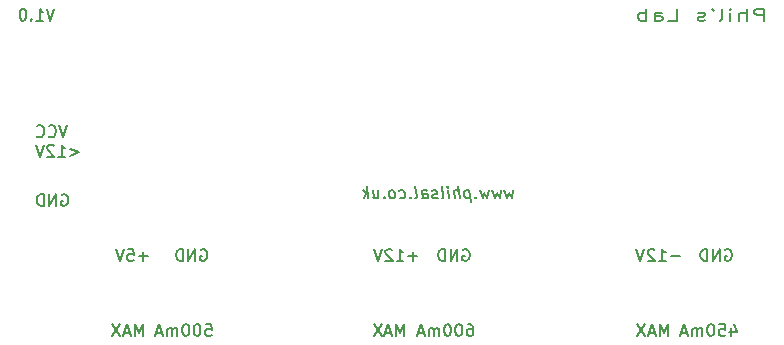
<source format=gbr>
G04 #@! TF.GenerationSoftware,KiCad,Pcbnew,(5.1.6)-1*
G04 #@! TF.CreationDate,2020-09-10T01:06:56+02:00*
G04 #@! TF.ProjectId,BananaSchplit,42616e61-6e61-4536-9368-706c69742e6b,rev?*
G04 #@! TF.SameCoordinates,Original*
G04 #@! TF.FileFunction,Legend,Bot*
G04 #@! TF.FilePolarity,Positive*
%FSLAX46Y46*%
G04 Gerber Fmt 4.6, Leading zero omitted, Abs format (unit mm)*
G04 Created by KiCad (PCBNEW (5.1.6)-1) date 2020-09-10 01:06:56*
%MOMM*%
%LPD*%
G01*
G04 APERTURE LIST*
%ADD10C,0.150000*%
G04 APERTURE END LIST*
D10*
X89371428Y-19052380D02*
X89371428Y-18052380D01*
X88800000Y-18052380D01*
X88657142Y-18100000D01*
X88585714Y-18147619D01*
X88514285Y-18242857D01*
X88514285Y-18385714D01*
X88585714Y-18480952D01*
X88657142Y-18528571D01*
X88800000Y-18576190D01*
X89371428Y-18576190D01*
X87871428Y-19052380D02*
X87871428Y-18052380D01*
X87228571Y-19052380D02*
X87228571Y-18528571D01*
X87300000Y-18433333D01*
X87442857Y-18385714D01*
X87657142Y-18385714D01*
X87800000Y-18433333D01*
X87871428Y-18480952D01*
X86514285Y-19052380D02*
X86514285Y-18385714D01*
X86514285Y-18052380D02*
X86585714Y-18100000D01*
X86514285Y-18147619D01*
X86442857Y-18100000D01*
X86514285Y-18052380D01*
X86514285Y-18147619D01*
X85585714Y-19052380D02*
X85728571Y-19004761D01*
X85800000Y-18909523D01*
X85800000Y-18052380D01*
X84942857Y-18052380D02*
X85085714Y-18242857D01*
X84371428Y-19004761D02*
X84228571Y-19052380D01*
X83942857Y-19052380D01*
X83800000Y-19004761D01*
X83728571Y-18909523D01*
X83728571Y-18861904D01*
X83800000Y-18766666D01*
X83942857Y-18719047D01*
X84157142Y-18719047D01*
X84300000Y-18671428D01*
X84371428Y-18576190D01*
X84371428Y-18528571D01*
X84300000Y-18433333D01*
X84157142Y-18385714D01*
X83942857Y-18385714D01*
X83800000Y-18433333D01*
X81228571Y-19052380D02*
X81942857Y-19052380D01*
X81942857Y-18052380D01*
X80085714Y-19052380D02*
X80085714Y-18528571D01*
X80157142Y-18433333D01*
X80300000Y-18385714D01*
X80585714Y-18385714D01*
X80728571Y-18433333D01*
X80085714Y-19004761D02*
X80228571Y-19052380D01*
X80585714Y-19052380D01*
X80728571Y-19004761D01*
X80800000Y-18909523D01*
X80800000Y-18814285D01*
X80728571Y-18719047D01*
X80585714Y-18671428D01*
X80228571Y-18671428D01*
X80085714Y-18623809D01*
X79371428Y-19052380D02*
X79371428Y-18052380D01*
X79371428Y-18433333D02*
X79228571Y-18385714D01*
X78942857Y-18385714D01*
X78800000Y-18433333D01*
X78728571Y-18480952D01*
X78657142Y-18576190D01*
X78657142Y-18861904D01*
X78728571Y-18957142D01*
X78800000Y-19004761D01*
X78942857Y-19052380D01*
X79228571Y-19052380D01*
X79371428Y-19004761D01*
X42066666Y-44752380D02*
X42542857Y-44752380D01*
X42590476Y-45228571D01*
X42542857Y-45180952D01*
X42447619Y-45133333D01*
X42209523Y-45133333D01*
X42114285Y-45180952D01*
X42066666Y-45228571D01*
X42019047Y-45323809D01*
X42019047Y-45561904D01*
X42066666Y-45657142D01*
X42114285Y-45704761D01*
X42209523Y-45752380D01*
X42447619Y-45752380D01*
X42542857Y-45704761D01*
X42590476Y-45657142D01*
X41400000Y-44752380D02*
X41304761Y-44752380D01*
X41209523Y-44800000D01*
X41161904Y-44847619D01*
X41114285Y-44942857D01*
X41066666Y-45133333D01*
X41066666Y-45371428D01*
X41114285Y-45561904D01*
X41161904Y-45657142D01*
X41209523Y-45704761D01*
X41304761Y-45752380D01*
X41400000Y-45752380D01*
X41495238Y-45704761D01*
X41542857Y-45657142D01*
X41590476Y-45561904D01*
X41638095Y-45371428D01*
X41638095Y-45133333D01*
X41590476Y-44942857D01*
X41542857Y-44847619D01*
X41495238Y-44800000D01*
X41400000Y-44752380D01*
X40447619Y-44752380D02*
X40352380Y-44752380D01*
X40257142Y-44800000D01*
X40209523Y-44847619D01*
X40161904Y-44942857D01*
X40114285Y-45133333D01*
X40114285Y-45371428D01*
X40161904Y-45561904D01*
X40209523Y-45657142D01*
X40257142Y-45704761D01*
X40352380Y-45752380D01*
X40447619Y-45752380D01*
X40542857Y-45704761D01*
X40590476Y-45657142D01*
X40638095Y-45561904D01*
X40685714Y-45371428D01*
X40685714Y-45133333D01*
X40638095Y-44942857D01*
X40590476Y-44847619D01*
X40542857Y-44800000D01*
X40447619Y-44752380D01*
X39685714Y-45752380D02*
X39685714Y-45085714D01*
X39685714Y-45180952D02*
X39638095Y-45133333D01*
X39542857Y-45085714D01*
X39400000Y-45085714D01*
X39304761Y-45133333D01*
X39257142Y-45228571D01*
X39257142Y-45752380D01*
X39257142Y-45228571D02*
X39209523Y-45133333D01*
X39114285Y-45085714D01*
X38971428Y-45085714D01*
X38876190Y-45133333D01*
X38828571Y-45228571D01*
X38828571Y-45752380D01*
X38400000Y-45466666D02*
X37923809Y-45466666D01*
X38495238Y-45752380D02*
X38161904Y-44752380D01*
X37828571Y-45752380D01*
X36733333Y-45752380D02*
X36733333Y-44752380D01*
X36400000Y-45466666D01*
X36066666Y-44752380D01*
X36066666Y-45752380D01*
X35638095Y-45466666D02*
X35161904Y-45466666D01*
X35733333Y-45752380D02*
X35400000Y-44752380D01*
X35066666Y-45752380D01*
X34828571Y-44752380D02*
X34161904Y-45752380D01*
X34161904Y-44752380D02*
X34828571Y-45752380D01*
X86564285Y-45085714D02*
X86564285Y-45752380D01*
X86802380Y-44704761D02*
X87040476Y-45419047D01*
X86421428Y-45419047D01*
X85564285Y-44752380D02*
X86040476Y-44752380D01*
X86088095Y-45228571D01*
X86040476Y-45180952D01*
X85945238Y-45133333D01*
X85707142Y-45133333D01*
X85611904Y-45180952D01*
X85564285Y-45228571D01*
X85516666Y-45323809D01*
X85516666Y-45561904D01*
X85564285Y-45657142D01*
X85611904Y-45704761D01*
X85707142Y-45752380D01*
X85945238Y-45752380D01*
X86040476Y-45704761D01*
X86088095Y-45657142D01*
X84897619Y-44752380D02*
X84802380Y-44752380D01*
X84707142Y-44800000D01*
X84659523Y-44847619D01*
X84611904Y-44942857D01*
X84564285Y-45133333D01*
X84564285Y-45371428D01*
X84611904Y-45561904D01*
X84659523Y-45657142D01*
X84707142Y-45704761D01*
X84802380Y-45752380D01*
X84897619Y-45752380D01*
X84992857Y-45704761D01*
X85040476Y-45657142D01*
X85088095Y-45561904D01*
X85135714Y-45371428D01*
X85135714Y-45133333D01*
X85088095Y-44942857D01*
X85040476Y-44847619D01*
X84992857Y-44800000D01*
X84897619Y-44752380D01*
X84135714Y-45752380D02*
X84135714Y-45085714D01*
X84135714Y-45180952D02*
X84088095Y-45133333D01*
X83992857Y-45085714D01*
X83850000Y-45085714D01*
X83754761Y-45133333D01*
X83707142Y-45228571D01*
X83707142Y-45752380D01*
X83707142Y-45228571D02*
X83659523Y-45133333D01*
X83564285Y-45085714D01*
X83421428Y-45085714D01*
X83326190Y-45133333D01*
X83278571Y-45228571D01*
X83278571Y-45752380D01*
X82850000Y-45466666D02*
X82373809Y-45466666D01*
X82945238Y-45752380D02*
X82611904Y-44752380D01*
X82278571Y-45752380D01*
X81183333Y-45752380D02*
X81183333Y-44752380D01*
X80850000Y-45466666D01*
X80516666Y-44752380D01*
X80516666Y-45752380D01*
X80088095Y-45466666D02*
X79611904Y-45466666D01*
X80183333Y-45752380D02*
X79850000Y-44752380D01*
X79516666Y-45752380D01*
X79278571Y-44752380D02*
X78611904Y-45752380D01*
X78611904Y-44752380D02*
X79278571Y-45752380D01*
X64264285Y-44752380D02*
X64454761Y-44752380D01*
X64550000Y-44800000D01*
X64597619Y-44847619D01*
X64692857Y-44990476D01*
X64740476Y-45180952D01*
X64740476Y-45561904D01*
X64692857Y-45657142D01*
X64645238Y-45704761D01*
X64550000Y-45752380D01*
X64359523Y-45752380D01*
X64264285Y-45704761D01*
X64216666Y-45657142D01*
X64169047Y-45561904D01*
X64169047Y-45323809D01*
X64216666Y-45228571D01*
X64264285Y-45180952D01*
X64359523Y-45133333D01*
X64550000Y-45133333D01*
X64645238Y-45180952D01*
X64692857Y-45228571D01*
X64740476Y-45323809D01*
X63550000Y-44752380D02*
X63454761Y-44752380D01*
X63359523Y-44800000D01*
X63311904Y-44847619D01*
X63264285Y-44942857D01*
X63216666Y-45133333D01*
X63216666Y-45371428D01*
X63264285Y-45561904D01*
X63311904Y-45657142D01*
X63359523Y-45704761D01*
X63454761Y-45752380D01*
X63550000Y-45752380D01*
X63645238Y-45704761D01*
X63692857Y-45657142D01*
X63740476Y-45561904D01*
X63788095Y-45371428D01*
X63788095Y-45133333D01*
X63740476Y-44942857D01*
X63692857Y-44847619D01*
X63645238Y-44800000D01*
X63550000Y-44752380D01*
X62597619Y-44752380D02*
X62502380Y-44752380D01*
X62407142Y-44800000D01*
X62359523Y-44847619D01*
X62311904Y-44942857D01*
X62264285Y-45133333D01*
X62264285Y-45371428D01*
X62311904Y-45561904D01*
X62359523Y-45657142D01*
X62407142Y-45704761D01*
X62502380Y-45752380D01*
X62597619Y-45752380D01*
X62692857Y-45704761D01*
X62740476Y-45657142D01*
X62788095Y-45561904D01*
X62835714Y-45371428D01*
X62835714Y-45133333D01*
X62788095Y-44942857D01*
X62740476Y-44847619D01*
X62692857Y-44800000D01*
X62597619Y-44752380D01*
X61835714Y-45752380D02*
X61835714Y-45085714D01*
X61835714Y-45180952D02*
X61788095Y-45133333D01*
X61692857Y-45085714D01*
X61550000Y-45085714D01*
X61454761Y-45133333D01*
X61407142Y-45228571D01*
X61407142Y-45752380D01*
X61407142Y-45228571D02*
X61359523Y-45133333D01*
X61264285Y-45085714D01*
X61121428Y-45085714D01*
X61026190Y-45133333D01*
X60978571Y-45228571D01*
X60978571Y-45752380D01*
X60550000Y-45466666D02*
X60073809Y-45466666D01*
X60645238Y-45752380D02*
X60311904Y-44752380D01*
X59978571Y-45752380D01*
X58883333Y-45752380D02*
X58883333Y-44752380D01*
X58550000Y-45466666D01*
X58216666Y-44752380D01*
X58216666Y-45752380D01*
X57788095Y-45466666D02*
X57311904Y-45466666D01*
X57883333Y-45752380D02*
X57550000Y-44752380D01*
X57216666Y-45752380D01*
X56978571Y-44752380D02*
X56311904Y-45752380D01*
X56311904Y-44752380D02*
X56978571Y-45752380D01*
X29883214Y-33800000D02*
X29978452Y-33752380D01*
X30121309Y-33752380D01*
X30264166Y-33800000D01*
X30359404Y-33895238D01*
X30407023Y-33990476D01*
X30454642Y-34180952D01*
X30454642Y-34323809D01*
X30407023Y-34514285D01*
X30359404Y-34609523D01*
X30264166Y-34704761D01*
X30121309Y-34752380D01*
X30026071Y-34752380D01*
X29883214Y-34704761D01*
X29835595Y-34657142D01*
X29835595Y-34323809D01*
X30026071Y-34323809D01*
X29407023Y-34752380D02*
X29407023Y-33752380D01*
X28835595Y-34752380D01*
X28835595Y-33752380D01*
X28359404Y-34752380D02*
X28359404Y-33752380D01*
X28121309Y-33752380D01*
X27978452Y-33800000D01*
X27883214Y-33895238D01*
X27835595Y-33990476D01*
X27787976Y-34180952D01*
X27787976Y-34323809D01*
X27835595Y-34514285D01*
X27883214Y-34609523D01*
X27978452Y-34704761D01*
X28121309Y-34752380D01*
X28359404Y-34752380D01*
X30359404Y-27927380D02*
X30026071Y-28927380D01*
X29692738Y-27927380D01*
X28787976Y-28832142D02*
X28835595Y-28879761D01*
X28978452Y-28927380D01*
X29073690Y-28927380D01*
X29216547Y-28879761D01*
X29311785Y-28784523D01*
X29359404Y-28689285D01*
X29407023Y-28498809D01*
X29407023Y-28355952D01*
X29359404Y-28165476D01*
X29311785Y-28070238D01*
X29216547Y-27975000D01*
X29073690Y-27927380D01*
X28978452Y-27927380D01*
X28835595Y-27975000D01*
X28787976Y-28022619D01*
X27787976Y-28832142D02*
X27835595Y-28879761D01*
X27978452Y-28927380D01*
X28073690Y-28927380D01*
X28216547Y-28879761D01*
X28311785Y-28784523D01*
X28359404Y-28689285D01*
X28407023Y-28498809D01*
X28407023Y-28355952D01*
X28359404Y-28165476D01*
X28311785Y-28070238D01*
X28216547Y-27975000D01*
X28073690Y-27927380D01*
X27978452Y-27927380D01*
X27835595Y-27975000D01*
X27787976Y-28022619D01*
X30597500Y-29910714D02*
X31359404Y-30196428D01*
X30597500Y-30482142D01*
X29597500Y-30577380D02*
X30168928Y-30577380D01*
X29883214Y-30577380D02*
X29883214Y-29577380D01*
X29978452Y-29720238D01*
X30073690Y-29815476D01*
X30168928Y-29863095D01*
X29216547Y-29672619D02*
X29168928Y-29625000D01*
X29073690Y-29577380D01*
X28835595Y-29577380D01*
X28740357Y-29625000D01*
X28692738Y-29672619D01*
X28645119Y-29767857D01*
X28645119Y-29863095D01*
X28692738Y-30005952D01*
X29264166Y-30577380D01*
X28645119Y-30577380D01*
X28359404Y-29577380D02*
X28026071Y-30577380D01*
X27692738Y-29577380D01*
X82211904Y-39021428D02*
X81450000Y-39021428D01*
X80450000Y-39402380D02*
X81021428Y-39402380D01*
X80735714Y-39402380D02*
X80735714Y-38402380D01*
X80830952Y-38545238D01*
X80926190Y-38640476D01*
X81021428Y-38688095D01*
X80069047Y-38497619D02*
X80021428Y-38450000D01*
X79926190Y-38402380D01*
X79688095Y-38402380D01*
X79592857Y-38450000D01*
X79545238Y-38497619D01*
X79497619Y-38592857D01*
X79497619Y-38688095D01*
X79545238Y-38830952D01*
X80116666Y-39402380D01*
X79497619Y-39402380D01*
X79211904Y-38402380D02*
X78878571Y-39402380D01*
X78545238Y-38402380D01*
X86061904Y-38450000D02*
X86157142Y-38402380D01*
X86300000Y-38402380D01*
X86442857Y-38450000D01*
X86538095Y-38545238D01*
X86585714Y-38640476D01*
X86633333Y-38830952D01*
X86633333Y-38973809D01*
X86585714Y-39164285D01*
X86538095Y-39259523D01*
X86442857Y-39354761D01*
X86300000Y-39402380D01*
X86204761Y-39402380D01*
X86061904Y-39354761D01*
X86014285Y-39307142D01*
X86014285Y-38973809D01*
X86204761Y-38973809D01*
X85585714Y-39402380D02*
X85585714Y-38402380D01*
X85014285Y-39402380D01*
X85014285Y-38402380D01*
X84538095Y-39402380D02*
X84538095Y-38402380D01*
X84300000Y-38402380D01*
X84157142Y-38450000D01*
X84061904Y-38545238D01*
X84014285Y-38640476D01*
X83966666Y-38830952D01*
X83966666Y-38973809D01*
X84014285Y-39164285D01*
X84061904Y-39259523D01*
X84157142Y-39354761D01*
X84300000Y-39402380D01*
X84538095Y-39402380D01*
X63861904Y-38450000D02*
X63957142Y-38402380D01*
X64100000Y-38402380D01*
X64242857Y-38450000D01*
X64338095Y-38545238D01*
X64385714Y-38640476D01*
X64433333Y-38830952D01*
X64433333Y-38973809D01*
X64385714Y-39164285D01*
X64338095Y-39259523D01*
X64242857Y-39354761D01*
X64100000Y-39402380D01*
X64004761Y-39402380D01*
X63861904Y-39354761D01*
X63814285Y-39307142D01*
X63814285Y-38973809D01*
X64004761Y-38973809D01*
X63385714Y-39402380D02*
X63385714Y-38402380D01*
X62814285Y-39402380D01*
X62814285Y-38402380D01*
X62338095Y-39402380D02*
X62338095Y-38402380D01*
X62100000Y-38402380D01*
X61957142Y-38450000D01*
X61861904Y-38545238D01*
X61814285Y-38640476D01*
X61766666Y-38830952D01*
X61766666Y-38973809D01*
X61814285Y-39164285D01*
X61861904Y-39259523D01*
X61957142Y-39354761D01*
X62100000Y-39402380D01*
X62338095Y-39402380D01*
X60011904Y-39021428D02*
X59250000Y-39021428D01*
X59630952Y-39402380D02*
X59630952Y-38640476D01*
X58250000Y-39402380D02*
X58821428Y-39402380D01*
X58535714Y-39402380D02*
X58535714Y-38402380D01*
X58630952Y-38545238D01*
X58726190Y-38640476D01*
X58821428Y-38688095D01*
X57869047Y-38497619D02*
X57821428Y-38450000D01*
X57726190Y-38402380D01*
X57488095Y-38402380D01*
X57392857Y-38450000D01*
X57345238Y-38497619D01*
X57297619Y-38592857D01*
X57297619Y-38688095D01*
X57345238Y-38830952D01*
X57916666Y-39402380D01*
X57297619Y-39402380D01*
X57011904Y-38402380D02*
X56678571Y-39402380D01*
X56345238Y-38402380D01*
X37185714Y-39021428D02*
X36423809Y-39021428D01*
X36804761Y-39402380D02*
X36804761Y-38640476D01*
X35471428Y-38402380D02*
X35947619Y-38402380D01*
X35995238Y-38878571D01*
X35947619Y-38830952D01*
X35852380Y-38783333D01*
X35614285Y-38783333D01*
X35519047Y-38830952D01*
X35471428Y-38878571D01*
X35423809Y-38973809D01*
X35423809Y-39211904D01*
X35471428Y-39307142D01*
X35519047Y-39354761D01*
X35614285Y-39402380D01*
X35852380Y-39402380D01*
X35947619Y-39354761D01*
X35995238Y-39307142D01*
X35138095Y-38402380D02*
X34804761Y-39402380D01*
X34471428Y-38402380D01*
X41661904Y-38450000D02*
X41757142Y-38402380D01*
X41900000Y-38402380D01*
X42042857Y-38450000D01*
X42138095Y-38545238D01*
X42185714Y-38640476D01*
X42233333Y-38830952D01*
X42233333Y-38973809D01*
X42185714Y-39164285D01*
X42138095Y-39259523D01*
X42042857Y-39354761D01*
X41900000Y-39402380D01*
X41804761Y-39402380D01*
X41661904Y-39354761D01*
X41614285Y-39307142D01*
X41614285Y-38973809D01*
X41804761Y-38973809D01*
X41185714Y-39402380D02*
X41185714Y-38402380D01*
X40614285Y-39402380D01*
X40614285Y-38402380D01*
X40138095Y-39402380D02*
X40138095Y-38402380D01*
X39900000Y-38402380D01*
X39757142Y-38450000D01*
X39661904Y-38545238D01*
X39614285Y-38640476D01*
X39566666Y-38830952D01*
X39566666Y-38973809D01*
X39614285Y-39164285D01*
X39661904Y-39259523D01*
X39757142Y-39354761D01*
X39900000Y-39402380D01*
X40138095Y-39402380D01*
X29273809Y-18052380D02*
X28940476Y-19052380D01*
X28607142Y-18052380D01*
X27750000Y-19052380D02*
X28321428Y-19052380D01*
X28035714Y-19052380D02*
X28035714Y-18052380D01*
X28130952Y-18195238D01*
X28226190Y-18290476D01*
X28321428Y-18338095D01*
X27321428Y-18957142D02*
X27273809Y-19004761D01*
X27321428Y-19052380D01*
X27369047Y-19004761D01*
X27321428Y-18957142D01*
X27321428Y-19052380D01*
X26654761Y-18052380D02*
X26559523Y-18052380D01*
X26464285Y-18100000D01*
X26416666Y-18147619D01*
X26369047Y-18242857D01*
X26321428Y-18433333D01*
X26321428Y-18671428D01*
X26369047Y-18861904D01*
X26416666Y-18957142D01*
X26464285Y-19004761D01*
X26559523Y-19052380D01*
X26654761Y-19052380D01*
X26750000Y-19004761D01*
X26797619Y-18957142D01*
X26845238Y-18861904D01*
X26892857Y-18671428D01*
X26892857Y-18433333D01*
X26845238Y-18242857D01*
X26797619Y-18147619D01*
X26750000Y-18100000D01*
X26654761Y-18052380D01*
X68121413Y-33435714D02*
X68014270Y-34102380D01*
X67764270Y-33626190D01*
X67633318Y-34102380D01*
X67359508Y-33435714D01*
X67073794Y-33435714D02*
X66966651Y-34102380D01*
X66716651Y-33626190D01*
X66585699Y-34102380D01*
X66311889Y-33435714D01*
X66026175Y-33435714D02*
X65919032Y-34102380D01*
X65669032Y-33626190D01*
X65538080Y-34102380D01*
X65264270Y-33435714D01*
X64954747Y-34007142D02*
X64913080Y-34054761D01*
X64966651Y-34102380D01*
X65008318Y-34054761D01*
X64954747Y-34007142D01*
X64966651Y-34102380D01*
X64407127Y-33435714D02*
X64532127Y-34435714D01*
X64413080Y-33483333D02*
X64311889Y-33435714D01*
X64121413Y-33435714D01*
X64032127Y-33483333D01*
X63990461Y-33530952D01*
X63954747Y-33626190D01*
X63990461Y-33911904D01*
X64049985Y-34007142D01*
X64103556Y-34054761D01*
X64204747Y-34102380D01*
X64395223Y-34102380D01*
X64484508Y-34054761D01*
X63585699Y-34102380D02*
X63460699Y-33102380D01*
X63157127Y-34102380D02*
X63091651Y-33578571D01*
X63127366Y-33483333D01*
X63216651Y-33435714D01*
X63359508Y-33435714D01*
X63460699Y-33483333D01*
X63514270Y-33530952D01*
X62680937Y-34102380D02*
X62597604Y-33435714D01*
X62555937Y-33102380D02*
X62609508Y-33150000D01*
X62567842Y-33197619D01*
X62514270Y-33150000D01*
X62555937Y-33102380D01*
X62567842Y-33197619D01*
X62061889Y-34102380D02*
X62151175Y-34054761D01*
X62186889Y-33959523D01*
X62079747Y-33102380D01*
X61722604Y-34054761D02*
X61633318Y-34102380D01*
X61442842Y-34102380D01*
X61341651Y-34054761D01*
X61282127Y-33959523D01*
X61276175Y-33911904D01*
X61311889Y-33816666D01*
X61401175Y-33769047D01*
X61544032Y-33769047D01*
X61633318Y-33721428D01*
X61669032Y-33626190D01*
X61663080Y-33578571D01*
X61603556Y-33483333D01*
X61502366Y-33435714D01*
X61359508Y-33435714D01*
X61270223Y-33483333D01*
X60442842Y-34102380D02*
X60377366Y-33578571D01*
X60413080Y-33483333D01*
X60502366Y-33435714D01*
X60692842Y-33435714D01*
X60794032Y-33483333D01*
X60436889Y-34054761D02*
X60538080Y-34102380D01*
X60776175Y-34102380D01*
X60865461Y-34054761D01*
X60901175Y-33959523D01*
X60889270Y-33864285D01*
X60829747Y-33769047D01*
X60728556Y-33721428D01*
X60490461Y-33721428D01*
X60389270Y-33673809D01*
X59823794Y-34102380D02*
X59913080Y-34054761D01*
X59948794Y-33959523D01*
X59841651Y-33102380D01*
X59430937Y-34007142D02*
X59389270Y-34054761D01*
X59442842Y-34102380D01*
X59484508Y-34054761D01*
X59430937Y-34007142D01*
X59442842Y-34102380D01*
X58532127Y-34054761D02*
X58633318Y-34102380D01*
X58823794Y-34102380D01*
X58913080Y-34054761D01*
X58954747Y-34007142D01*
X58990461Y-33911904D01*
X58954747Y-33626190D01*
X58895223Y-33530952D01*
X58841651Y-33483333D01*
X58740461Y-33435714D01*
X58549985Y-33435714D01*
X58460699Y-33483333D01*
X57966651Y-34102380D02*
X58055937Y-34054761D01*
X58097604Y-34007142D01*
X58133318Y-33911904D01*
X58097604Y-33626190D01*
X58038080Y-33530952D01*
X57984508Y-33483333D01*
X57883318Y-33435714D01*
X57740461Y-33435714D01*
X57651175Y-33483333D01*
X57609508Y-33530952D01*
X57573794Y-33626190D01*
X57609508Y-33911904D01*
X57669032Y-34007142D01*
X57722604Y-34054761D01*
X57823794Y-34102380D01*
X57966651Y-34102380D01*
X57192842Y-34007142D02*
X57151175Y-34054761D01*
X57204747Y-34102380D01*
X57246413Y-34054761D01*
X57192842Y-34007142D01*
X57204747Y-34102380D01*
X56216651Y-33435714D02*
X56299985Y-34102380D01*
X56645223Y-33435714D02*
X56710699Y-33959523D01*
X56674985Y-34054761D01*
X56585699Y-34102380D01*
X56442842Y-34102380D01*
X56341651Y-34054761D01*
X56288080Y-34007142D01*
X55823794Y-34102380D02*
X55698794Y-33102380D01*
X55680937Y-33721428D02*
X55442842Y-34102380D01*
X55359508Y-33435714D02*
X55788080Y-33816666D01*
M02*

</source>
